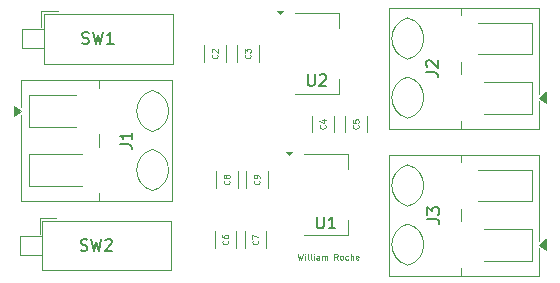
<source format=gbr>
%TF.GenerationSoftware,KiCad,Pcbnew,9.0.5*%
%TF.CreationDate,2025-11-27T16:43:58-05:00*%
%TF.ProjectId,dual_power_supply,6475616c-5f70-46f7-9765-725f73757070,rev?*%
%TF.SameCoordinates,Original*%
%TF.FileFunction,Legend,Top*%
%TF.FilePolarity,Positive*%
%FSLAX46Y46*%
G04 Gerber Fmt 4.6, Leading zero omitted, Abs format (unit mm)*
G04 Created by KiCad (PCBNEW 9.0.5) date 2025-11-27 16:43:58*
%MOMM*%
%LPD*%
G01*
G04 APERTURE LIST*
%ADD10C,0.100000*%
%ADD11C,0.062500*%
%ADD12C,0.150000*%
%ADD13C,0.120000*%
G04 APERTURE END LIST*
D10*
X128661217Y-101541609D02*
X128780265Y-102041609D01*
X128780265Y-102041609D02*
X128875503Y-101684466D01*
X128875503Y-101684466D02*
X128970741Y-102041609D01*
X128970741Y-102041609D02*
X129089789Y-101541609D01*
X129280265Y-102041609D02*
X129280265Y-101708276D01*
X129280265Y-101541609D02*
X129256456Y-101565419D01*
X129256456Y-101565419D02*
X129280265Y-101589228D01*
X129280265Y-101589228D02*
X129304075Y-101565419D01*
X129304075Y-101565419D02*
X129280265Y-101541609D01*
X129280265Y-101541609D02*
X129280265Y-101589228D01*
X129589789Y-102041609D02*
X129542170Y-102017800D01*
X129542170Y-102017800D02*
X129518360Y-101970180D01*
X129518360Y-101970180D02*
X129518360Y-101541609D01*
X129851694Y-102041609D02*
X129804075Y-102017800D01*
X129804075Y-102017800D02*
X129780265Y-101970180D01*
X129780265Y-101970180D02*
X129780265Y-101541609D01*
X130042170Y-102041609D02*
X130042170Y-101708276D01*
X130042170Y-101541609D02*
X130018361Y-101565419D01*
X130018361Y-101565419D02*
X130042170Y-101589228D01*
X130042170Y-101589228D02*
X130065980Y-101565419D01*
X130065980Y-101565419D02*
X130042170Y-101541609D01*
X130042170Y-101541609D02*
X130042170Y-101589228D01*
X130494551Y-102041609D02*
X130494551Y-101779704D01*
X130494551Y-101779704D02*
X130470741Y-101732085D01*
X130470741Y-101732085D02*
X130423122Y-101708276D01*
X130423122Y-101708276D02*
X130327884Y-101708276D01*
X130327884Y-101708276D02*
X130280265Y-101732085D01*
X130494551Y-102017800D02*
X130446932Y-102041609D01*
X130446932Y-102041609D02*
X130327884Y-102041609D01*
X130327884Y-102041609D02*
X130280265Y-102017800D01*
X130280265Y-102017800D02*
X130256456Y-101970180D01*
X130256456Y-101970180D02*
X130256456Y-101922561D01*
X130256456Y-101922561D02*
X130280265Y-101874942D01*
X130280265Y-101874942D02*
X130327884Y-101851133D01*
X130327884Y-101851133D02*
X130446932Y-101851133D01*
X130446932Y-101851133D02*
X130494551Y-101827323D01*
X130732646Y-102041609D02*
X130732646Y-101708276D01*
X130732646Y-101755895D02*
X130756456Y-101732085D01*
X130756456Y-101732085D02*
X130804075Y-101708276D01*
X130804075Y-101708276D02*
X130875503Y-101708276D01*
X130875503Y-101708276D02*
X130923122Y-101732085D01*
X130923122Y-101732085D02*
X130946932Y-101779704D01*
X130946932Y-101779704D02*
X130946932Y-102041609D01*
X130946932Y-101779704D02*
X130970741Y-101732085D01*
X130970741Y-101732085D02*
X131018360Y-101708276D01*
X131018360Y-101708276D02*
X131089789Y-101708276D01*
X131089789Y-101708276D02*
X131137408Y-101732085D01*
X131137408Y-101732085D02*
X131161218Y-101779704D01*
X131161218Y-101779704D02*
X131161218Y-102041609D01*
X132065979Y-102041609D02*
X131899313Y-101803514D01*
X131780265Y-102041609D02*
X131780265Y-101541609D01*
X131780265Y-101541609D02*
X131970741Y-101541609D01*
X131970741Y-101541609D02*
X132018360Y-101565419D01*
X132018360Y-101565419D02*
X132042170Y-101589228D01*
X132042170Y-101589228D02*
X132065979Y-101636847D01*
X132065979Y-101636847D02*
X132065979Y-101708276D01*
X132065979Y-101708276D02*
X132042170Y-101755895D01*
X132042170Y-101755895D02*
X132018360Y-101779704D01*
X132018360Y-101779704D02*
X131970741Y-101803514D01*
X131970741Y-101803514D02*
X131780265Y-101803514D01*
X132351694Y-102041609D02*
X132304075Y-102017800D01*
X132304075Y-102017800D02*
X132280265Y-101993990D01*
X132280265Y-101993990D02*
X132256456Y-101946371D01*
X132256456Y-101946371D02*
X132256456Y-101803514D01*
X132256456Y-101803514D02*
X132280265Y-101755895D01*
X132280265Y-101755895D02*
X132304075Y-101732085D01*
X132304075Y-101732085D02*
X132351694Y-101708276D01*
X132351694Y-101708276D02*
X132423122Y-101708276D01*
X132423122Y-101708276D02*
X132470741Y-101732085D01*
X132470741Y-101732085D02*
X132494551Y-101755895D01*
X132494551Y-101755895D02*
X132518360Y-101803514D01*
X132518360Y-101803514D02*
X132518360Y-101946371D01*
X132518360Y-101946371D02*
X132494551Y-101993990D01*
X132494551Y-101993990D02*
X132470741Y-102017800D01*
X132470741Y-102017800D02*
X132423122Y-102041609D01*
X132423122Y-102041609D02*
X132351694Y-102041609D01*
X132946932Y-102017800D02*
X132899313Y-102041609D01*
X132899313Y-102041609D02*
X132804075Y-102041609D01*
X132804075Y-102041609D02*
X132756456Y-102017800D01*
X132756456Y-102017800D02*
X132732646Y-101993990D01*
X132732646Y-101993990D02*
X132708837Y-101946371D01*
X132708837Y-101946371D02*
X132708837Y-101803514D01*
X132708837Y-101803514D02*
X132732646Y-101755895D01*
X132732646Y-101755895D02*
X132756456Y-101732085D01*
X132756456Y-101732085D02*
X132804075Y-101708276D01*
X132804075Y-101708276D02*
X132899313Y-101708276D01*
X132899313Y-101708276D02*
X132946932Y-101732085D01*
X133161217Y-102041609D02*
X133161217Y-101541609D01*
X133375503Y-102041609D02*
X133375503Y-101779704D01*
X133375503Y-101779704D02*
X133351693Y-101732085D01*
X133351693Y-101732085D02*
X133304074Y-101708276D01*
X133304074Y-101708276D02*
X133232646Y-101708276D01*
X133232646Y-101708276D02*
X133185027Y-101732085D01*
X133185027Y-101732085D02*
X133161217Y-101755895D01*
X133804074Y-102017800D02*
X133756455Y-102041609D01*
X133756455Y-102041609D02*
X133661217Y-102041609D01*
X133661217Y-102041609D02*
X133613598Y-102017800D01*
X133613598Y-102017800D02*
X133589789Y-101970180D01*
X133589789Y-101970180D02*
X133589789Y-101779704D01*
X133589789Y-101779704D02*
X133613598Y-101732085D01*
X133613598Y-101732085D02*
X133661217Y-101708276D01*
X133661217Y-101708276D02*
X133756455Y-101708276D01*
X133756455Y-101708276D02*
X133804074Y-101732085D01*
X133804074Y-101732085D02*
X133827884Y-101779704D01*
X133827884Y-101779704D02*
X133827884Y-101827323D01*
X133827884Y-101827323D02*
X133589789Y-101874942D01*
D11*
X125275440Y-100413333D02*
X125299250Y-100437142D01*
X125299250Y-100437142D02*
X125323059Y-100508571D01*
X125323059Y-100508571D02*
X125323059Y-100556190D01*
X125323059Y-100556190D02*
X125299250Y-100627618D01*
X125299250Y-100627618D02*
X125251630Y-100675237D01*
X125251630Y-100675237D02*
X125204011Y-100699047D01*
X125204011Y-100699047D02*
X125108773Y-100722856D01*
X125108773Y-100722856D02*
X125037345Y-100722856D01*
X125037345Y-100722856D02*
X124942107Y-100699047D01*
X124942107Y-100699047D02*
X124894488Y-100675237D01*
X124894488Y-100675237D02*
X124846869Y-100627618D01*
X124846869Y-100627618D02*
X124823059Y-100556190D01*
X124823059Y-100556190D02*
X124823059Y-100508571D01*
X124823059Y-100508571D02*
X124846869Y-100437142D01*
X124846869Y-100437142D02*
X124870678Y-100413333D01*
X124823059Y-100246666D02*
X124823059Y-99913333D01*
X124823059Y-99913333D02*
X125323059Y-100127618D01*
X124640440Y-84665333D02*
X124664250Y-84689142D01*
X124664250Y-84689142D02*
X124688059Y-84760571D01*
X124688059Y-84760571D02*
X124688059Y-84808190D01*
X124688059Y-84808190D02*
X124664250Y-84879618D01*
X124664250Y-84879618D02*
X124616630Y-84927237D01*
X124616630Y-84927237D02*
X124569011Y-84951047D01*
X124569011Y-84951047D02*
X124473773Y-84974856D01*
X124473773Y-84974856D02*
X124402345Y-84974856D01*
X124402345Y-84974856D02*
X124307107Y-84951047D01*
X124307107Y-84951047D02*
X124259488Y-84927237D01*
X124259488Y-84927237D02*
X124211869Y-84879618D01*
X124211869Y-84879618D02*
X124188059Y-84808190D01*
X124188059Y-84808190D02*
X124188059Y-84760571D01*
X124188059Y-84760571D02*
X124211869Y-84689142D01*
X124211869Y-84689142D02*
X124235678Y-84665333D01*
X124188059Y-84498666D02*
X124188059Y-84189142D01*
X124188059Y-84189142D02*
X124378535Y-84355809D01*
X124378535Y-84355809D02*
X124378535Y-84284380D01*
X124378535Y-84284380D02*
X124402345Y-84236761D01*
X124402345Y-84236761D02*
X124426154Y-84212952D01*
X124426154Y-84212952D02*
X124473773Y-84189142D01*
X124473773Y-84189142D02*
X124592821Y-84189142D01*
X124592821Y-84189142D02*
X124640440Y-84212952D01*
X124640440Y-84212952D02*
X124664250Y-84236761D01*
X124664250Y-84236761D02*
X124688059Y-84284380D01*
X124688059Y-84284380D02*
X124688059Y-84427237D01*
X124688059Y-84427237D02*
X124664250Y-84474856D01*
X124664250Y-84474856D02*
X124640440Y-84498666D01*
X133784440Y-90634333D02*
X133808250Y-90658142D01*
X133808250Y-90658142D02*
X133832059Y-90729571D01*
X133832059Y-90729571D02*
X133832059Y-90777190D01*
X133832059Y-90777190D02*
X133808250Y-90848618D01*
X133808250Y-90848618D02*
X133760630Y-90896237D01*
X133760630Y-90896237D02*
X133713011Y-90920047D01*
X133713011Y-90920047D02*
X133617773Y-90943856D01*
X133617773Y-90943856D02*
X133546345Y-90943856D01*
X133546345Y-90943856D02*
X133451107Y-90920047D01*
X133451107Y-90920047D02*
X133403488Y-90896237D01*
X133403488Y-90896237D02*
X133355869Y-90848618D01*
X133355869Y-90848618D02*
X133332059Y-90777190D01*
X133332059Y-90777190D02*
X133332059Y-90729571D01*
X133332059Y-90729571D02*
X133355869Y-90658142D01*
X133355869Y-90658142D02*
X133379678Y-90634333D01*
X133332059Y-90181952D02*
X133332059Y-90420047D01*
X133332059Y-90420047D02*
X133570154Y-90443856D01*
X133570154Y-90443856D02*
X133546345Y-90420047D01*
X133546345Y-90420047D02*
X133522535Y-90372428D01*
X133522535Y-90372428D02*
X133522535Y-90253380D01*
X133522535Y-90253380D02*
X133546345Y-90205761D01*
X133546345Y-90205761D02*
X133570154Y-90181952D01*
X133570154Y-90181952D02*
X133617773Y-90158142D01*
X133617773Y-90158142D02*
X133736821Y-90158142D01*
X133736821Y-90158142D02*
X133784440Y-90181952D01*
X133784440Y-90181952D02*
X133808250Y-90205761D01*
X133808250Y-90205761D02*
X133832059Y-90253380D01*
X133832059Y-90253380D02*
X133832059Y-90372428D01*
X133832059Y-90372428D02*
X133808250Y-90420047D01*
X133808250Y-90420047D02*
X133784440Y-90443856D01*
X130990440Y-90634333D02*
X131014250Y-90658142D01*
X131014250Y-90658142D02*
X131038059Y-90729571D01*
X131038059Y-90729571D02*
X131038059Y-90777190D01*
X131038059Y-90777190D02*
X131014250Y-90848618D01*
X131014250Y-90848618D02*
X130966630Y-90896237D01*
X130966630Y-90896237D02*
X130919011Y-90920047D01*
X130919011Y-90920047D02*
X130823773Y-90943856D01*
X130823773Y-90943856D02*
X130752345Y-90943856D01*
X130752345Y-90943856D02*
X130657107Y-90920047D01*
X130657107Y-90920047D02*
X130609488Y-90896237D01*
X130609488Y-90896237D02*
X130561869Y-90848618D01*
X130561869Y-90848618D02*
X130538059Y-90777190D01*
X130538059Y-90777190D02*
X130538059Y-90729571D01*
X130538059Y-90729571D02*
X130561869Y-90658142D01*
X130561869Y-90658142D02*
X130585678Y-90634333D01*
X130704726Y-90205761D02*
X131038059Y-90205761D01*
X130514250Y-90324809D02*
X130871392Y-90443856D01*
X130871392Y-90443856D02*
X130871392Y-90134333D01*
D12*
X139662819Y-98591333D02*
X140377104Y-98591333D01*
X140377104Y-98591333D02*
X140519961Y-98638952D01*
X140519961Y-98638952D02*
X140615200Y-98734190D01*
X140615200Y-98734190D02*
X140662819Y-98877047D01*
X140662819Y-98877047D02*
X140662819Y-98972285D01*
X139662819Y-98210380D02*
X139662819Y-97591333D01*
X139662819Y-97591333D02*
X140043771Y-97924666D01*
X140043771Y-97924666D02*
X140043771Y-97781809D01*
X140043771Y-97781809D02*
X140091390Y-97686571D01*
X140091390Y-97686571D02*
X140139009Y-97638952D01*
X140139009Y-97638952D02*
X140234247Y-97591333D01*
X140234247Y-97591333D02*
X140472342Y-97591333D01*
X140472342Y-97591333D02*
X140567580Y-97638952D01*
X140567580Y-97638952D02*
X140615200Y-97686571D01*
X140615200Y-97686571D02*
X140662819Y-97781809D01*
X140662819Y-97781809D02*
X140662819Y-98067523D01*
X140662819Y-98067523D02*
X140615200Y-98162761D01*
X140615200Y-98162761D02*
X140567580Y-98210380D01*
X110288667Y-101232700D02*
X110431524Y-101280319D01*
X110431524Y-101280319D02*
X110669619Y-101280319D01*
X110669619Y-101280319D02*
X110764857Y-101232700D01*
X110764857Y-101232700D02*
X110812476Y-101185080D01*
X110812476Y-101185080D02*
X110860095Y-101089842D01*
X110860095Y-101089842D02*
X110860095Y-100994604D01*
X110860095Y-100994604D02*
X110812476Y-100899366D01*
X110812476Y-100899366D02*
X110764857Y-100851747D01*
X110764857Y-100851747D02*
X110669619Y-100804128D01*
X110669619Y-100804128D02*
X110479143Y-100756509D01*
X110479143Y-100756509D02*
X110383905Y-100708890D01*
X110383905Y-100708890D02*
X110336286Y-100661271D01*
X110336286Y-100661271D02*
X110288667Y-100566033D01*
X110288667Y-100566033D02*
X110288667Y-100470795D01*
X110288667Y-100470795D02*
X110336286Y-100375557D01*
X110336286Y-100375557D02*
X110383905Y-100327938D01*
X110383905Y-100327938D02*
X110479143Y-100280319D01*
X110479143Y-100280319D02*
X110717238Y-100280319D01*
X110717238Y-100280319D02*
X110860095Y-100327938D01*
X111193429Y-100280319D02*
X111431524Y-101280319D01*
X111431524Y-101280319D02*
X111622000Y-100566033D01*
X111622000Y-100566033D02*
X111812476Y-101280319D01*
X111812476Y-101280319D02*
X112050572Y-100280319D01*
X112383905Y-100375557D02*
X112431524Y-100327938D01*
X112431524Y-100327938D02*
X112526762Y-100280319D01*
X112526762Y-100280319D02*
X112764857Y-100280319D01*
X112764857Y-100280319D02*
X112860095Y-100327938D01*
X112860095Y-100327938D02*
X112907714Y-100375557D01*
X112907714Y-100375557D02*
X112955333Y-100470795D01*
X112955333Y-100470795D02*
X112955333Y-100566033D01*
X112955333Y-100566033D02*
X112907714Y-100708890D01*
X112907714Y-100708890D02*
X112336286Y-101280319D01*
X112336286Y-101280319D02*
X112955333Y-101280319D01*
D11*
X122862440Y-95333333D02*
X122886250Y-95357142D01*
X122886250Y-95357142D02*
X122910059Y-95428571D01*
X122910059Y-95428571D02*
X122910059Y-95476190D01*
X122910059Y-95476190D02*
X122886250Y-95547618D01*
X122886250Y-95547618D02*
X122838630Y-95595237D01*
X122838630Y-95595237D02*
X122791011Y-95619047D01*
X122791011Y-95619047D02*
X122695773Y-95642856D01*
X122695773Y-95642856D02*
X122624345Y-95642856D01*
X122624345Y-95642856D02*
X122529107Y-95619047D01*
X122529107Y-95619047D02*
X122481488Y-95595237D01*
X122481488Y-95595237D02*
X122433869Y-95547618D01*
X122433869Y-95547618D02*
X122410059Y-95476190D01*
X122410059Y-95476190D02*
X122410059Y-95428571D01*
X122410059Y-95428571D02*
X122433869Y-95357142D01*
X122433869Y-95357142D02*
X122457678Y-95333333D01*
X122624345Y-95047618D02*
X122600535Y-95095237D01*
X122600535Y-95095237D02*
X122576726Y-95119047D01*
X122576726Y-95119047D02*
X122529107Y-95142856D01*
X122529107Y-95142856D02*
X122505297Y-95142856D01*
X122505297Y-95142856D02*
X122457678Y-95119047D01*
X122457678Y-95119047D02*
X122433869Y-95095237D01*
X122433869Y-95095237D02*
X122410059Y-95047618D01*
X122410059Y-95047618D02*
X122410059Y-94952380D01*
X122410059Y-94952380D02*
X122433869Y-94904761D01*
X122433869Y-94904761D02*
X122457678Y-94880952D01*
X122457678Y-94880952D02*
X122505297Y-94857142D01*
X122505297Y-94857142D02*
X122529107Y-94857142D01*
X122529107Y-94857142D02*
X122576726Y-94880952D01*
X122576726Y-94880952D02*
X122600535Y-94904761D01*
X122600535Y-94904761D02*
X122624345Y-94952380D01*
X122624345Y-94952380D02*
X122624345Y-95047618D01*
X122624345Y-95047618D02*
X122648154Y-95095237D01*
X122648154Y-95095237D02*
X122671964Y-95119047D01*
X122671964Y-95119047D02*
X122719583Y-95142856D01*
X122719583Y-95142856D02*
X122814821Y-95142856D01*
X122814821Y-95142856D02*
X122862440Y-95119047D01*
X122862440Y-95119047D02*
X122886250Y-95095237D01*
X122886250Y-95095237D02*
X122910059Y-95047618D01*
X122910059Y-95047618D02*
X122910059Y-94952380D01*
X122910059Y-94952380D02*
X122886250Y-94904761D01*
X122886250Y-94904761D02*
X122862440Y-94880952D01*
X122862440Y-94880952D02*
X122814821Y-94857142D01*
X122814821Y-94857142D02*
X122719583Y-94857142D01*
X122719583Y-94857142D02*
X122671964Y-94880952D01*
X122671964Y-94880952D02*
X122648154Y-94904761D01*
X122648154Y-94904761D02*
X122624345Y-94952380D01*
D12*
X139535819Y-86145333D02*
X140250104Y-86145333D01*
X140250104Y-86145333D02*
X140392961Y-86192952D01*
X140392961Y-86192952D02*
X140488200Y-86288190D01*
X140488200Y-86288190D02*
X140535819Y-86431047D01*
X140535819Y-86431047D02*
X140535819Y-86526285D01*
X139631057Y-85716761D02*
X139583438Y-85669142D01*
X139583438Y-85669142D02*
X139535819Y-85573904D01*
X139535819Y-85573904D02*
X139535819Y-85335809D01*
X139535819Y-85335809D02*
X139583438Y-85240571D01*
X139583438Y-85240571D02*
X139631057Y-85192952D01*
X139631057Y-85192952D02*
X139726295Y-85145333D01*
X139726295Y-85145333D02*
X139821533Y-85145333D01*
X139821533Y-85145333D02*
X139964390Y-85192952D01*
X139964390Y-85192952D02*
X140535819Y-85764380D01*
X140535819Y-85764380D02*
X140535819Y-85145333D01*
D11*
X125402440Y-95333333D02*
X125426250Y-95357142D01*
X125426250Y-95357142D02*
X125450059Y-95428571D01*
X125450059Y-95428571D02*
X125450059Y-95476190D01*
X125450059Y-95476190D02*
X125426250Y-95547618D01*
X125426250Y-95547618D02*
X125378630Y-95595237D01*
X125378630Y-95595237D02*
X125331011Y-95619047D01*
X125331011Y-95619047D02*
X125235773Y-95642856D01*
X125235773Y-95642856D02*
X125164345Y-95642856D01*
X125164345Y-95642856D02*
X125069107Y-95619047D01*
X125069107Y-95619047D02*
X125021488Y-95595237D01*
X125021488Y-95595237D02*
X124973869Y-95547618D01*
X124973869Y-95547618D02*
X124950059Y-95476190D01*
X124950059Y-95476190D02*
X124950059Y-95428571D01*
X124950059Y-95428571D02*
X124973869Y-95357142D01*
X124973869Y-95357142D02*
X124997678Y-95333333D01*
X125450059Y-95095237D02*
X125450059Y-94999999D01*
X125450059Y-94999999D02*
X125426250Y-94952380D01*
X125426250Y-94952380D02*
X125402440Y-94928571D01*
X125402440Y-94928571D02*
X125331011Y-94880952D01*
X125331011Y-94880952D02*
X125235773Y-94857142D01*
X125235773Y-94857142D02*
X125045297Y-94857142D01*
X125045297Y-94857142D02*
X124997678Y-94880952D01*
X124997678Y-94880952D02*
X124973869Y-94904761D01*
X124973869Y-94904761D02*
X124950059Y-94952380D01*
X124950059Y-94952380D02*
X124950059Y-95047618D01*
X124950059Y-95047618D02*
X124973869Y-95095237D01*
X124973869Y-95095237D02*
X124997678Y-95119047D01*
X124997678Y-95119047D02*
X125045297Y-95142856D01*
X125045297Y-95142856D02*
X125164345Y-95142856D01*
X125164345Y-95142856D02*
X125211964Y-95119047D01*
X125211964Y-95119047D02*
X125235773Y-95095237D01*
X125235773Y-95095237D02*
X125259583Y-95047618D01*
X125259583Y-95047618D02*
X125259583Y-94952380D01*
X125259583Y-94952380D02*
X125235773Y-94904761D01*
X125235773Y-94904761D02*
X125211964Y-94880952D01*
X125211964Y-94880952D02*
X125164345Y-94857142D01*
X122735440Y-100413333D02*
X122759250Y-100437142D01*
X122759250Y-100437142D02*
X122783059Y-100508571D01*
X122783059Y-100508571D02*
X122783059Y-100556190D01*
X122783059Y-100556190D02*
X122759250Y-100627618D01*
X122759250Y-100627618D02*
X122711630Y-100675237D01*
X122711630Y-100675237D02*
X122664011Y-100699047D01*
X122664011Y-100699047D02*
X122568773Y-100722856D01*
X122568773Y-100722856D02*
X122497345Y-100722856D01*
X122497345Y-100722856D02*
X122402107Y-100699047D01*
X122402107Y-100699047D02*
X122354488Y-100675237D01*
X122354488Y-100675237D02*
X122306869Y-100627618D01*
X122306869Y-100627618D02*
X122283059Y-100556190D01*
X122283059Y-100556190D02*
X122283059Y-100508571D01*
X122283059Y-100508571D02*
X122306869Y-100437142D01*
X122306869Y-100437142D02*
X122330678Y-100413333D01*
X122283059Y-99984761D02*
X122283059Y-100079999D01*
X122283059Y-100079999D02*
X122306869Y-100127618D01*
X122306869Y-100127618D02*
X122330678Y-100151428D01*
X122330678Y-100151428D02*
X122402107Y-100199047D01*
X122402107Y-100199047D02*
X122497345Y-100222856D01*
X122497345Y-100222856D02*
X122687821Y-100222856D01*
X122687821Y-100222856D02*
X122735440Y-100199047D01*
X122735440Y-100199047D02*
X122759250Y-100175237D01*
X122759250Y-100175237D02*
X122783059Y-100127618D01*
X122783059Y-100127618D02*
X122783059Y-100032380D01*
X122783059Y-100032380D02*
X122759250Y-99984761D01*
X122759250Y-99984761D02*
X122735440Y-99960952D01*
X122735440Y-99960952D02*
X122687821Y-99937142D01*
X122687821Y-99937142D02*
X122568773Y-99937142D01*
X122568773Y-99937142D02*
X122521154Y-99960952D01*
X122521154Y-99960952D02*
X122497345Y-99984761D01*
X122497345Y-99984761D02*
X122473535Y-100032380D01*
X122473535Y-100032380D02*
X122473535Y-100127618D01*
X122473535Y-100127618D02*
X122497345Y-100175237D01*
X122497345Y-100175237D02*
X122521154Y-100199047D01*
X122521154Y-100199047D02*
X122568773Y-100222856D01*
D12*
X130302095Y-98387819D02*
X130302095Y-99197342D01*
X130302095Y-99197342D02*
X130349714Y-99292580D01*
X130349714Y-99292580D02*
X130397333Y-99340200D01*
X130397333Y-99340200D02*
X130492571Y-99387819D01*
X130492571Y-99387819D02*
X130683047Y-99387819D01*
X130683047Y-99387819D02*
X130778285Y-99340200D01*
X130778285Y-99340200D02*
X130825904Y-99292580D01*
X130825904Y-99292580D02*
X130873523Y-99197342D01*
X130873523Y-99197342D02*
X130873523Y-98387819D01*
X131873523Y-99387819D02*
X131302095Y-99387819D01*
X131587809Y-99387819D02*
X131587809Y-98387819D01*
X131587809Y-98387819D02*
X131492571Y-98530676D01*
X131492571Y-98530676D02*
X131397333Y-98625914D01*
X131397333Y-98625914D02*
X131302095Y-98673533D01*
X110426667Y-83719200D02*
X110569524Y-83766819D01*
X110569524Y-83766819D02*
X110807619Y-83766819D01*
X110807619Y-83766819D02*
X110902857Y-83719200D01*
X110902857Y-83719200D02*
X110950476Y-83671580D01*
X110950476Y-83671580D02*
X110998095Y-83576342D01*
X110998095Y-83576342D02*
X110998095Y-83481104D01*
X110998095Y-83481104D02*
X110950476Y-83385866D01*
X110950476Y-83385866D02*
X110902857Y-83338247D01*
X110902857Y-83338247D02*
X110807619Y-83290628D01*
X110807619Y-83290628D02*
X110617143Y-83243009D01*
X110617143Y-83243009D02*
X110521905Y-83195390D01*
X110521905Y-83195390D02*
X110474286Y-83147771D01*
X110474286Y-83147771D02*
X110426667Y-83052533D01*
X110426667Y-83052533D02*
X110426667Y-82957295D01*
X110426667Y-82957295D02*
X110474286Y-82862057D01*
X110474286Y-82862057D02*
X110521905Y-82814438D01*
X110521905Y-82814438D02*
X110617143Y-82766819D01*
X110617143Y-82766819D02*
X110855238Y-82766819D01*
X110855238Y-82766819D02*
X110998095Y-82814438D01*
X111331429Y-82766819D02*
X111569524Y-83766819D01*
X111569524Y-83766819D02*
X111760000Y-83052533D01*
X111760000Y-83052533D02*
X111950476Y-83766819D01*
X111950476Y-83766819D02*
X112188572Y-82766819D01*
X113093333Y-83766819D02*
X112521905Y-83766819D01*
X112807619Y-83766819D02*
X112807619Y-82766819D01*
X112807619Y-82766819D02*
X112712381Y-82909676D01*
X112712381Y-82909676D02*
X112617143Y-83004914D01*
X112617143Y-83004914D02*
X112521905Y-83052533D01*
D11*
X121846440Y-84665333D02*
X121870250Y-84689142D01*
X121870250Y-84689142D02*
X121894059Y-84760571D01*
X121894059Y-84760571D02*
X121894059Y-84808190D01*
X121894059Y-84808190D02*
X121870250Y-84879618D01*
X121870250Y-84879618D02*
X121822630Y-84927237D01*
X121822630Y-84927237D02*
X121775011Y-84951047D01*
X121775011Y-84951047D02*
X121679773Y-84974856D01*
X121679773Y-84974856D02*
X121608345Y-84974856D01*
X121608345Y-84974856D02*
X121513107Y-84951047D01*
X121513107Y-84951047D02*
X121465488Y-84927237D01*
X121465488Y-84927237D02*
X121417869Y-84879618D01*
X121417869Y-84879618D02*
X121394059Y-84808190D01*
X121394059Y-84808190D02*
X121394059Y-84760571D01*
X121394059Y-84760571D02*
X121417869Y-84689142D01*
X121417869Y-84689142D02*
X121441678Y-84665333D01*
X121441678Y-84474856D02*
X121417869Y-84451047D01*
X121417869Y-84451047D02*
X121394059Y-84403428D01*
X121394059Y-84403428D02*
X121394059Y-84284380D01*
X121394059Y-84284380D02*
X121417869Y-84236761D01*
X121417869Y-84236761D02*
X121441678Y-84212952D01*
X121441678Y-84212952D02*
X121489297Y-84189142D01*
X121489297Y-84189142D02*
X121536916Y-84189142D01*
X121536916Y-84189142D02*
X121608345Y-84212952D01*
X121608345Y-84212952D02*
X121894059Y-84498666D01*
X121894059Y-84498666D02*
X121894059Y-84189142D01*
D12*
X113627819Y-92281333D02*
X114342104Y-92281333D01*
X114342104Y-92281333D02*
X114484961Y-92328952D01*
X114484961Y-92328952D02*
X114580200Y-92424190D01*
X114580200Y-92424190D02*
X114627819Y-92567047D01*
X114627819Y-92567047D02*
X114627819Y-92662285D01*
X114627819Y-91281333D02*
X114627819Y-91852761D01*
X114627819Y-91567047D02*
X113627819Y-91567047D01*
X113627819Y-91567047D02*
X113770676Y-91662285D01*
X113770676Y-91662285D02*
X113865914Y-91757523D01*
X113865914Y-91757523D02*
X113913533Y-91852761D01*
X129540095Y-86322819D02*
X129540095Y-87132342D01*
X129540095Y-87132342D02*
X129587714Y-87227580D01*
X129587714Y-87227580D02*
X129635333Y-87275200D01*
X129635333Y-87275200D02*
X129730571Y-87322819D01*
X129730571Y-87322819D02*
X129921047Y-87322819D01*
X129921047Y-87322819D02*
X130016285Y-87275200D01*
X130016285Y-87275200D02*
X130063904Y-87227580D01*
X130063904Y-87227580D02*
X130111523Y-87132342D01*
X130111523Y-87132342D02*
X130111523Y-86322819D01*
X130540095Y-86418057D02*
X130587714Y-86370438D01*
X130587714Y-86370438D02*
X130682952Y-86322819D01*
X130682952Y-86322819D02*
X130921047Y-86322819D01*
X130921047Y-86322819D02*
X131016285Y-86370438D01*
X131016285Y-86370438D02*
X131063904Y-86418057D01*
X131063904Y-86418057D02*
X131111523Y-86513295D01*
X131111523Y-86513295D02*
X131111523Y-86608533D01*
X131111523Y-86608533D02*
X131063904Y-86751390D01*
X131063904Y-86751390D02*
X130492476Y-87322819D01*
X130492476Y-87322819D02*
X131111523Y-87322819D01*
D13*
%TO.C,C7*%
X124185000Y-99618748D02*
X124185000Y-101041252D01*
X126005000Y-99618748D02*
X126005000Y-101041252D01*
%TO.C,C3*%
X123550000Y-85293252D02*
X123550000Y-83870748D01*
X125370000Y-85293252D02*
X125370000Y-83870748D01*
%TO.C,C5*%
X132694000Y-89839748D02*
X132694000Y-91262252D01*
X134514000Y-89839748D02*
X134514000Y-91262252D01*
%TO.C,C4*%
X129900000Y-89839748D02*
X129900000Y-91262252D01*
X131720000Y-89839748D02*
X131720000Y-91262252D01*
%TO.C,J3*%
X136374000Y-93138000D02*
X149114000Y-93138000D01*
X136374000Y-103378000D02*
X136374000Y-93138000D01*
X142494000Y-93778000D02*
X142494000Y-93138000D01*
X142494000Y-98778000D02*
X142494000Y-97738000D01*
X142494000Y-103378000D02*
X142494000Y-102738000D01*
X143942000Y-94408000D02*
X148494000Y-94408000D01*
X144474000Y-99408000D02*
X148494000Y-99408000D01*
X148494000Y-94408000D02*
X148494000Y-97108000D01*
X148494000Y-97108000D02*
X143942000Y-97108000D01*
X148494000Y-99408000D02*
X148494000Y-102108000D01*
X148494000Y-102108000D02*
X144474000Y-102108000D01*
X149114000Y-93138000D02*
X149114000Y-100458000D01*
X149114000Y-101058000D02*
X149114000Y-103378000D01*
X149114000Y-103378000D02*
X136374000Y-103378000D01*
X137994000Y-94008000D02*
G75*
G02*
X137994000Y-97508000I-459259J-1750000D01*
G01*
X137994000Y-97508000D02*
G75*
G02*
X137994000Y-94008000I459259J1750000D01*
G01*
X137994000Y-99008000D02*
G75*
G02*
X137994000Y-102508000I-459259J-1750000D01*
G01*
X137994000Y-102508000D02*
G75*
G02*
X137994000Y-99008000I459259J1750000D01*
G01*
X149724000Y-101198000D02*
X149114000Y-100758000D01*
X149724000Y-100318000D01*
X149724000Y-101198000D01*
G36*
X149724000Y-101198000D02*
G01*
X149114000Y-100758000D01*
X149724000Y-100318000D01*
X149724000Y-101198000D01*
G37*
%TO.C,SW2*%
X105202000Y-100028000D02*
X107062000Y-100028000D01*
X105202000Y-101648000D02*
X105202000Y-100028000D01*
X106822000Y-98488000D02*
X106822000Y-99871000D01*
X106822000Y-98488000D02*
X108205000Y-98488000D01*
X107062000Y-98728000D02*
X107062000Y-102948000D01*
X107062000Y-98728000D02*
X117982000Y-98728000D01*
X107062000Y-100028000D02*
X107062000Y-101648000D01*
X107062000Y-101648000D02*
X105202000Y-101648000D01*
X107062000Y-102948000D02*
X117982000Y-102948000D01*
X117982000Y-98728000D02*
X117982000Y-102948000D01*
%TO.C,C8*%
X121772000Y-95961252D02*
X121772000Y-94538748D01*
X123592000Y-95961252D02*
X123592000Y-94538748D01*
%TO.C,J2*%
X136374000Y-80692000D02*
X149114000Y-80692000D01*
X136374000Y-90932000D02*
X136374000Y-80692000D01*
X142494000Y-81332000D02*
X142494000Y-80692000D01*
X142494000Y-86332000D02*
X142494000Y-85292000D01*
X142494000Y-90932000D02*
X142494000Y-90292000D01*
X143942000Y-81962000D02*
X148494000Y-81962000D01*
X144474000Y-86962000D02*
X148494000Y-86962000D01*
X148494000Y-81962000D02*
X148494000Y-84662000D01*
X148494000Y-84662000D02*
X143942000Y-84662000D01*
X148494000Y-86962000D02*
X148494000Y-89662000D01*
X148494000Y-89662000D02*
X144474000Y-89662000D01*
X149114000Y-80692000D02*
X149114000Y-88012000D01*
X149114000Y-88612000D02*
X149114000Y-90932000D01*
X149114000Y-90932000D02*
X136374000Y-90932000D01*
X137994000Y-81562000D02*
G75*
G02*
X137994000Y-85062000I-459259J-1750000D01*
G01*
X137994000Y-85062000D02*
G75*
G02*
X137994000Y-81562000I459259J1750000D01*
G01*
X137994000Y-86562000D02*
G75*
G02*
X137994000Y-90062000I-459259J-1750000D01*
G01*
X137994000Y-90062000D02*
G75*
G02*
X137994000Y-86562000I459259J1750000D01*
G01*
X149724000Y-88752000D02*
X149114000Y-88312000D01*
X149724000Y-87872000D01*
X149724000Y-88752000D01*
G36*
X149724000Y-88752000D02*
G01*
X149114000Y-88312000D01*
X149724000Y-87872000D01*
X149724000Y-88752000D01*
G37*
%TO.C,C9*%
X124312000Y-95961252D02*
X124312000Y-94538748D01*
X126132000Y-95961252D02*
X126132000Y-94538748D01*
%TO.C,C6*%
X121645000Y-99618748D02*
X121645000Y-101041252D01*
X123465000Y-99618748D02*
X123465000Y-101041252D01*
%TO.C,U1*%
X129214000Y-93110000D02*
X132974000Y-93110000D01*
X129214000Y-99930000D02*
X132974000Y-99930000D01*
X132974000Y-93110000D02*
X132974000Y-94370000D01*
X132974000Y-99930000D02*
X132974000Y-98670000D01*
X127934000Y-93210000D02*
X127694000Y-92880000D01*
X128174000Y-92880000D01*
X127934000Y-93210000D01*
G36*
X127934000Y-93210000D02*
G01*
X127694000Y-92880000D01*
X128174000Y-92880000D01*
X127934000Y-93210000D01*
G37*
%TO.C,SW1*%
X105340000Y-82514500D02*
X107200000Y-82514500D01*
X105340000Y-84134500D02*
X105340000Y-82514500D01*
X106960000Y-80974500D02*
X106960000Y-82357500D01*
X106960000Y-80974500D02*
X108343000Y-80974500D01*
X107200000Y-81214500D02*
X107200000Y-85434500D01*
X107200000Y-81214500D02*
X118120000Y-81214500D01*
X107200000Y-82514500D02*
X107200000Y-84134500D01*
X107200000Y-84134500D02*
X105340000Y-84134500D01*
X107200000Y-85434500D02*
X118120000Y-85434500D01*
X118120000Y-81214500D02*
X118120000Y-85434500D01*
%TO.C,C2*%
X120756000Y-85293252D02*
X120756000Y-83870748D01*
X122576000Y-85293252D02*
X122576000Y-83870748D01*
%TO.C,J1*%
X105268500Y-86828000D02*
X118008500Y-86828000D01*
X105268500Y-89148000D02*
X105268500Y-86828000D01*
X105268500Y-97068000D02*
X105268500Y-89748000D01*
X105888500Y-88098000D02*
X109908500Y-88098000D01*
X105888500Y-90798000D02*
X105888500Y-88098000D01*
X105888500Y-93098000D02*
X110440500Y-93098000D01*
X105888500Y-95798000D02*
X105888500Y-93098000D01*
X109908500Y-90798000D02*
X105888500Y-90798000D01*
X110440500Y-95798000D02*
X105888500Y-95798000D01*
X111888500Y-86828000D02*
X111888500Y-87468000D01*
X111888500Y-91428000D02*
X111888500Y-92468000D01*
X111888500Y-96428000D02*
X111888500Y-97068000D01*
X118008500Y-86828000D02*
X118008500Y-97068000D01*
X118008500Y-97068000D02*
X105268500Y-97068000D01*
X116388500Y-87698000D02*
G75*
G02*
X116388500Y-91198000I-459259J-1750000D01*
G01*
X116388500Y-91198000D02*
G75*
G02*
X116388500Y-87698000I459259J1750000D01*
G01*
X116388500Y-92698000D02*
G75*
G02*
X116388500Y-96198000I-459259J-1750000D01*
G01*
X116388500Y-96198000D02*
G75*
G02*
X116388500Y-92698000I459259J1750000D01*
G01*
X105268500Y-89448000D02*
X104658500Y-89888000D01*
X104658500Y-89008000D01*
X105268500Y-89448000D01*
G36*
X105268500Y-89448000D02*
G01*
X104658500Y-89888000D01*
X104658500Y-89008000D01*
X105268500Y-89448000D01*
G37*
%TO.C,U2*%
X128452000Y-81172000D02*
X132212000Y-81172000D01*
X128452000Y-87992000D02*
X132212000Y-87992000D01*
X132212000Y-81172000D02*
X132212000Y-82432000D01*
X132212000Y-87992000D02*
X132212000Y-86732000D01*
X127172000Y-81272000D02*
X126932000Y-80942000D01*
X127412000Y-80942000D01*
X127172000Y-81272000D01*
G36*
X127172000Y-81272000D02*
G01*
X126932000Y-80942000D01*
X127412000Y-80942000D01*
X127172000Y-81272000D01*
G37*
%TD*%
M02*

</source>
